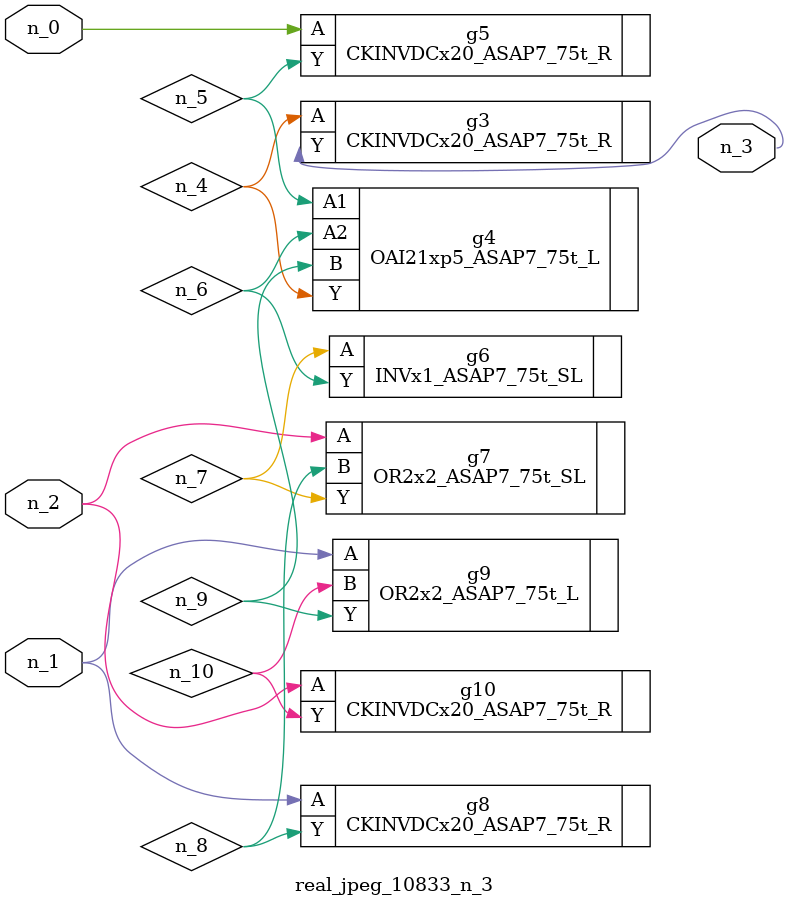
<source format=v>
module real_jpeg_10833_n_3 (n_1, n_0, n_2, n_3);

input n_1;
input n_0;
input n_2;

output n_3;

wire n_5;
wire n_8;
wire n_4;
wire n_6;
wire n_7;
wire n_10;
wire n_9;

CKINVDCx20_ASAP7_75t_R g5 ( 
.A(n_0),
.Y(n_5)
);

CKINVDCx20_ASAP7_75t_R g8 ( 
.A(n_1),
.Y(n_8)
);

OR2x2_ASAP7_75t_L g9 ( 
.A(n_1),
.B(n_10),
.Y(n_9)
);

OR2x2_ASAP7_75t_SL g7 ( 
.A(n_2),
.B(n_8),
.Y(n_7)
);

CKINVDCx20_ASAP7_75t_R g10 ( 
.A(n_2),
.Y(n_10)
);

CKINVDCx20_ASAP7_75t_R g3 ( 
.A(n_4),
.Y(n_3)
);

OAI21xp5_ASAP7_75t_L g4 ( 
.A1(n_5),
.A2(n_6),
.B(n_9),
.Y(n_4)
);

INVx1_ASAP7_75t_SL g6 ( 
.A(n_7),
.Y(n_6)
);


endmodule
</source>
